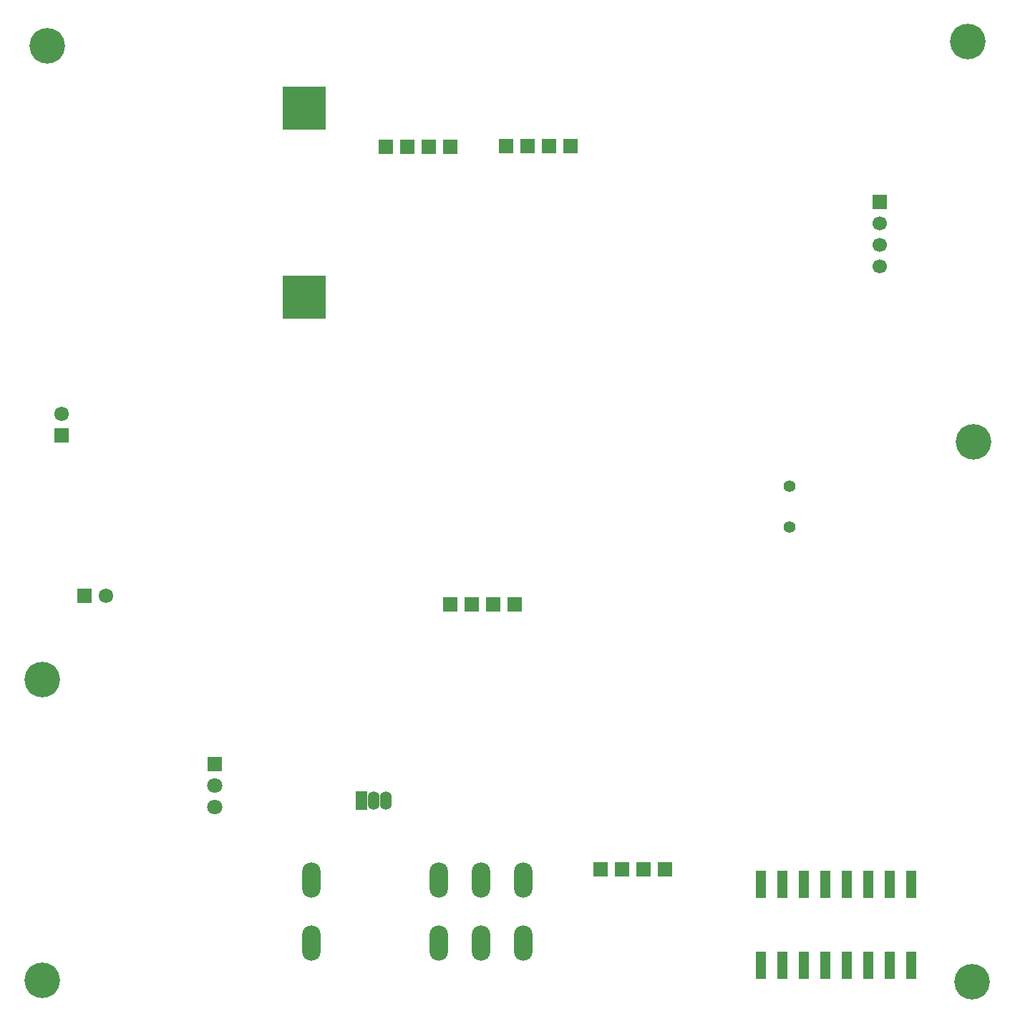
<source format=gbr>
G04 DipTrace 2.4.0.2*
%INBottomMask.gbr*%
%MOMM*%
%ADD67O,1.4X2.2*%
%ADD69R,5.2X5.2*%
%ADD73C,1.419*%
%ADD75C,1.8*%
%ADD77R,1.8X1.8*%
%ADD83C,4.2*%
%ADD103O,2.181X4.181*%
%ADD105R,1.2X3.2*%
%ADD111C,1.7*%
%ADD113R,1.7X1.7*%
%ADD115R,1.4X2.2*%
%ADD129R,1.724X1.724*%
%ADD131C,1.724*%
%FSLAX53Y53*%
G04*
G71*
G90*
G75*
G01*
%LNBotMask*%
%LPD*%
D131*
X15191Y80299D3*
D129*
Y77759D3*
D131*
X20461Y58829D3*
D129*
X17921D3*
D115*
X50682Y34618D3*
D113*
X111966Y105428D3*
D111*
Y102888D3*
Y100348D3*
Y97808D3*
D113*
X61161Y57798D3*
X63701D3*
X66241D3*
X68781D3*
X75401Y111990D3*
X72861D3*
X70321D3*
X67781D3*
X61161Y111937D3*
X58621D3*
X56081D3*
X53541D3*
X78943Y26521D3*
X81483D3*
X84023D3*
X86563D3*
D105*
X97901Y15167D3*
X100441D3*
X102981D3*
X105521D3*
X108061D3*
X110601D3*
X113141D3*
X115681D3*
Y24692D3*
X113141D3*
X110601D3*
X108061D3*
X105521D3*
X102981D3*
X100441D3*
X97901D3*
D103*
X44808Y25251D3*
Y17758D3*
X59820Y25251D3*
X64798D3*
X69802D3*
X59820Y17758D3*
X64798D3*
X69802D3*
D83*
X13531Y123845D3*
D77*
X33377Y38904D3*
D75*
Y36364D3*
Y33824D3*
D73*
X101329Y71769D3*
Y66943D3*
D83*
X12896Y13343D3*
Y48907D3*
X122445Y124321D3*
X122921Y13184D3*
X123080Y77008D3*
D69*
X43915Y116521D3*
Y94137D3*
D67*
X52111Y34618D3*
X53540D3*
M02*

</source>
